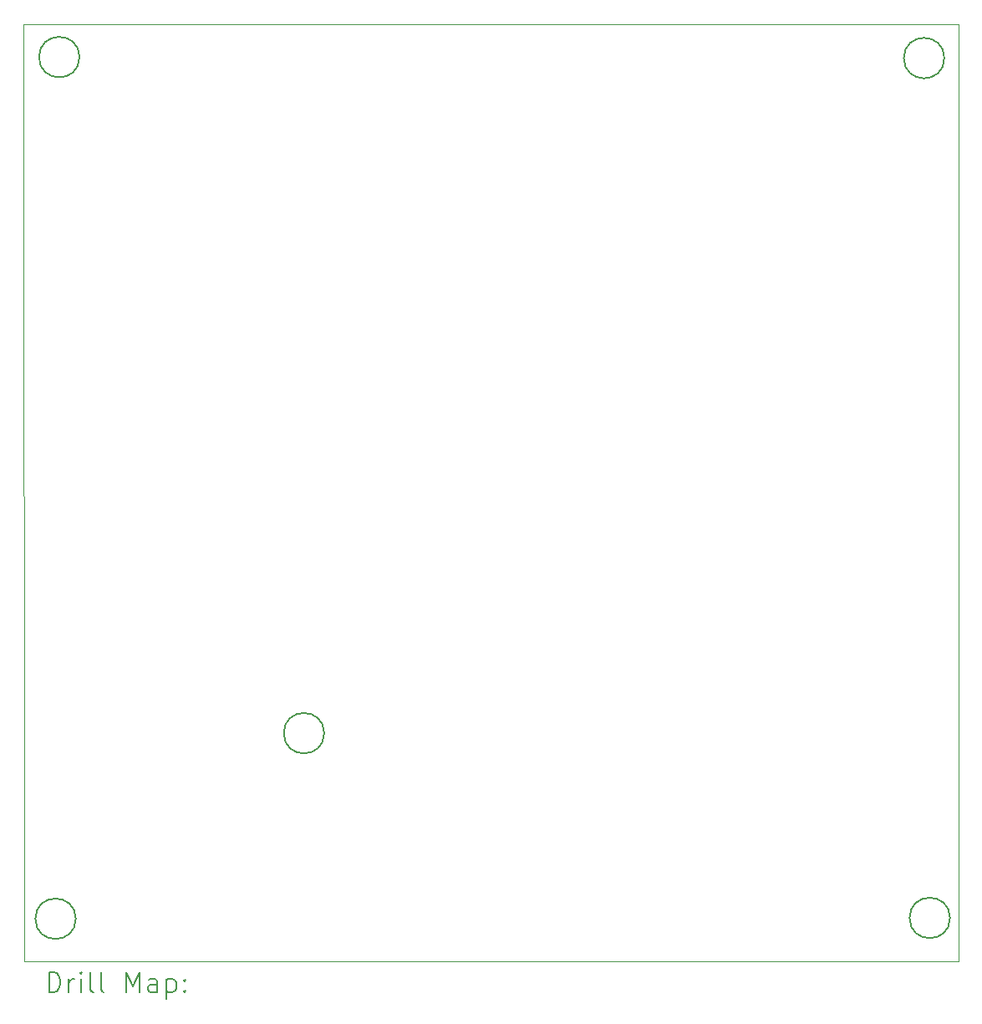
<source format=gbr>
%TF.GenerationSoftware,KiCad,Pcbnew,8.0.3*%
%TF.CreationDate,2024-12-03T05:52:09+10:00*%
%TF.ProjectId,a10 Power Distro PCB v1,61313020-506f-4776-9572-204469737472,rev?*%
%TF.SameCoordinates,Original*%
%TF.FileFunction,Drillmap*%
%TF.FilePolarity,Positive*%
%FSLAX45Y45*%
G04 Gerber Fmt 4.5, Leading zero omitted, Abs format (unit mm)*
G04 Created by KiCad (PCBNEW 8.0.3) date 2024-12-03 05:52:09*
%MOMM*%
%LPD*%
G01*
G04 APERTURE LIST*
%ADD10C,0.050000*%
%ADD11C,0.150000*%
%ADD12C,0.200000*%
G04 APERTURE END LIST*
D10*
X0Y0D02*
X9472000Y0D01*
D11*
X528320Y-9057640D02*
G75*
G02*
X118320Y-9057640I-205000J0D01*
G01*
X118320Y-9057640D02*
G75*
G02*
X528320Y-9057640I205000J0D01*
G01*
X9326880Y-340360D02*
G75*
G02*
X8916880Y-340360I-205000J0D01*
G01*
X8916880Y-340360D02*
G75*
G02*
X9326880Y-340360I205000J0D01*
G01*
X9384560Y-9049280D02*
G75*
G02*
X8974560Y-9049280I-205000J0D01*
G01*
X8974560Y-9049280D02*
G75*
G02*
X9384560Y-9049280I205000J0D01*
G01*
D10*
X9472000Y0D02*
X9473000Y-9486000D01*
D11*
X3044720Y-7178040D02*
G75*
G02*
X2634720Y-7178040I-205000J0D01*
G01*
X2634720Y-7178040D02*
G75*
G02*
X3044720Y-7178040I205000J0D01*
G01*
D10*
X0Y0D02*
X7000Y-9485000D01*
X7000Y-9485000D02*
X9473000Y-9486000D01*
D11*
X565680Y-330200D02*
G75*
G02*
X155680Y-330200I-205000J0D01*
G01*
X155680Y-330200D02*
G75*
G02*
X565680Y-330200I205000J0D01*
G01*
D12*
X258277Y-9799984D02*
X258277Y-9599984D01*
X258277Y-9599984D02*
X305896Y-9599984D01*
X305896Y-9599984D02*
X334467Y-9609508D01*
X334467Y-9609508D02*
X353515Y-9628555D01*
X353515Y-9628555D02*
X363039Y-9647603D01*
X363039Y-9647603D02*
X372562Y-9685698D01*
X372562Y-9685698D02*
X372562Y-9714270D01*
X372562Y-9714270D02*
X363039Y-9752365D01*
X363039Y-9752365D02*
X353515Y-9771412D01*
X353515Y-9771412D02*
X334467Y-9790460D01*
X334467Y-9790460D02*
X305896Y-9799984D01*
X305896Y-9799984D02*
X258277Y-9799984D01*
X458277Y-9799984D02*
X458277Y-9666650D01*
X458277Y-9704746D02*
X467801Y-9685698D01*
X467801Y-9685698D02*
X477324Y-9676174D01*
X477324Y-9676174D02*
X496372Y-9666650D01*
X496372Y-9666650D02*
X515420Y-9666650D01*
X582086Y-9799984D02*
X582086Y-9666650D01*
X582086Y-9599984D02*
X572563Y-9609508D01*
X572563Y-9609508D02*
X582086Y-9619031D01*
X582086Y-9619031D02*
X591610Y-9609508D01*
X591610Y-9609508D02*
X582086Y-9599984D01*
X582086Y-9599984D02*
X582086Y-9619031D01*
X705896Y-9799984D02*
X686848Y-9790460D01*
X686848Y-9790460D02*
X677324Y-9771412D01*
X677324Y-9771412D02*
X677324Y-9599984D01*
X810658Y-9799984D02*
X791610Y-9790460D01*
X791610Y-9790460D02*
X782086Y-9771412D01*
X782086Y-9771412D02*
X782086Y-9599984D01*
X1039229Y-9799984D02*
X1039229Y-9599984D01*
X1039229Y-9599984D02*
X1105896Y-9742841D01*
X1105896Y-9742841D02*
X1172563Y-9599984D01*
X1172563Y-9599984D02*
X1172563Y-9799984D01*
X1353515Y-9799984D02*
X1353515Y-9695222D01*
X1353515Y-9695222D02*
X1343991Y-9676174D01*
X1343991Y-9676174D02*
X1324944Y-9666650D01*
X1324944Y-9666650D02*
X1286848Y-9666650D01*
X1286848Y-9666650D02*
X1267801Y-9676174D01*
X1353515Y-9790460D02*
X1334467Y-9799984D01*
X1334467Y-9799984D02*
X1286848Y-9799984D01*
X1286848Y-9799984D02*
X1267801Y-9790460D01*
X1267801Y-9790460D02*
X1258277Y-9771412D01*
X1258277Y-9771412D02*
X1258277Y-9752365D01*
X1258277Y-9752365D02*
X1267801Y-9733317D01*
X1267801Y-9733317D02*
X1286848Y-9723793D01*
X1286848Y-9723793D02*
X1334467Y-9723793D01*
X1334467Y-9723793D02*
X1353515Y-9714270D01*
X1448753Y-9666650D02*
X1448753Y-9866650D01*
X1448753Y-9676174D02*
X1467801Y-9666650D01*
X1467801Y-9666650D02*
X1505896Y-9666650D01*
X1505896Y-9666650D02*
X1524943Y-9676174D01*
X1524943Y-9676174D02*
X1534467Y-9685698D01*
X1534467Y-9685698D02*
X1543991Y-9704746D01*
X1543991Y-9704746D02*
X1543991Y-9761889D01*
X1543991Y-9761889D02*
X1534467Y-9780936D01*
X1534467Y-9780936D02*
X1524943Y-9790460D01*
X1524943Y-9790460D02*
X1505896Y-9799984D01*
X1505896Y-9799984D02*
X1467801Y-9799984D01*
X1467801Y-9799984D02*
X1448753Y-9790460D01*
X1629705Y-9780936D02*
X1639229Y-9790460D01*
X1639229Y-9790460D02*
X1629705Y-9799984D01*
X1629705Y-9799984D02*
X1620182Y-9790460D01*
X1620182Y-9790460D02*
X1629705Y-9780936D01*
X1629705Y-9780936D02*
X1629705Y-9799984D01*
X1629705Y-9676174D02*
X1639229Y-9685698D01*
X1639229Y-9685698D02*
X1629705Y-9695222D01*
X1629705Y-9695222D02*
X1620182Y-9685698D01*
X1620182Y-9685698D02*
X1629705Y-9676174D01*
X1629705Y-9676174D02*
X1629705Y-9695222D01*
M02*

</source>
